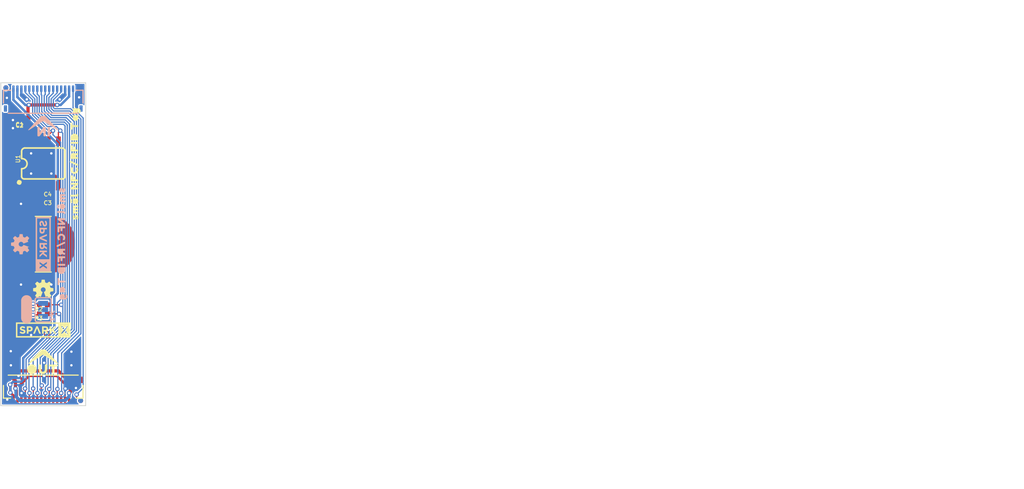
<source format=kicad_pcb>
(kicad_pcb (version 20211014) (generator pcbnew)
  (layers (0 "F.Cu" signal) (1 "In1.Cu" signal) (2 "In2.Cu" signal) (31 "B.Cu" signal) (34 "B.Paste" user) (35 "F.Paste" user) (36 "B.SilkS" user "B.Silkscreen") (37 "F.SilkS" user "F.Silkscreen") (38 "B.Mask" user) (39 "F.Mask" user) (44 "Edge.Cuts" user))
  (net 0 "")
  (net 1 "GND")
  (net 2 "SCLK")
  (net 3 "COPI")
  (net 4 "CIPO")
  (net 5 "CS0")
  (net 6 "CS1")
  (net 7 "CS2")
  (net 8 "GPIO0")
  (net 9 "GPIO1")
  (net 10 "SDA")
  (net 11 "SCL")
  (net 12 "3.3V")
  (net 13 "V_USB")
  (net 14 "PROC_PWR_EN")
  (net 15 "VEH")
  (net 16 "N$1")
  (net 17 "N$2")
  (net 18 "N$3")
  (net 19 "N$4")
  (footprint "eagleBoard:0402-TIGHT" (layer "F.Cu") (at 146.0881 89.3826 180)
    (fp_text reference "C1" (at 0 -0.562) (layer "F.SilkS") (effects (font (size 0.512064 0.512064) (thickness 0.097536)) (justify right)))
    (fp_text value "0.1uF" hide)
    (pad "1" smd roundrect (at -0.5 0 180) (size 0.6 0.6) (layers "F.Cu" "F.Paste" "F.Mask") (roundrect_rratio 0.08466666667) (net 12 "3.3V"))
    (pad "2" smd roundrect (at 0.5 0 180) (size 0.6 0.6) (layers "F.Cu" "F.Paste" "F.Mask") (roundrect_rratio 0.08466666667) (net 1 "GND"))
  )
  (footprint "eagleBoard:0402-TIGHT" (layer "F.Cu") (at 146.0881 90.3986 180)
    (fp_text reference "C2" (at 0 0.327) (layer "F.SilkS") (effects (font (size 0.512064 0.512064) (thickness 0.097536)) (justify right)))
    (fp_text value "2.2uF" hide)
    (pad "1" smd roundrect (at -0.5 0 180) (size 0.6 0.6) (layers "F.Cu" "F.Paste" "F.Mask") (roundrect_rratio 0.08466666667) (net 12 "3.3V"))
    (pad "2" smd roundrect (at 0.5 0 180) (size 0.6 0.6) (layers "F.Cu" "F.Paste" "F.Mask") (roundrect_rratio 0.08466666667) (net 1 "GND"))
  )
  (footprint "eagleBoard:SO08" (layer "F.Cu") (at 148.5011 94.8436)
    (fp_text reference "U1" (at -3.175 0 90) (layer "F.SilkS") (effects (font (size 0.512064 0.512064) (thickness 0.097536)) (justify left)))
    (fp_text value "ST25DV64KC" hide)
    (pad "1" smd roundrect (at -1.905 2.8) (size 0.6 1.2) (layers "F.Cu" "F.Paste" "F.Mask") (roundrect_rratio 0.08466666667) (net 15 "VEH"))
    (pad "2" smd roundrect (at -0.635 2.8) (size 0.6 1.2) (layers "F.Cu" "F.Paste" "F.Mask") (roundrect_rratio 0.08466666667) (net 17 "N$2"))
    (pad "3" smd roundrect (at 0.635 2.8) (size 0.6 1.2) (layers "F.Cu" "F.Paste" "F.Mask") (roundrect_rratio 0.08466666667) (net 16 "N$1"))
    (pad "4" smd roundrect (at 1.905 2.8) (size 0.6 1.2) (layers "F.Cu" "F.Paste" "F.Mask") (roundrect_rratio 0.08466666667) (net 1 "GND"))
    (pad "5" smd roundrect (at 1.905 -2.8) (size 0.6 1.2) (layers "F.Cu" "F.Paste" "F.Mask") (roundrect_rratio 0.08466666667) (net 10 "SDA"))
    (pad "6" smd roundrect (at 0.635 -2.8) (size 0.6 1.2) (layers "F.Cu" "F.Paste" "F.Mask") (roundrect_rratio 0.08466666667) (net 11 "SCL"))
    (pad "7" smd roundrect (at -0.635 -2.8) (size 0.6 1.2) (layers "F.Cu" "F.Paste" "F.Mask") (roundrect_rratio 0.08466666667))
    (pad "8" smd roundrect (at -1.905 -2.8) (size 0.6 1.2) (layers "F.Cu" "F.Paste" "F.Mask") (roundrect_rratio 0.08466666667) (net 12 "3.3V"))
  )
  (footprint "eagleBoard:OUT0" (layer "F.Cu") (at 148.5011 120.7516)
    (fp_text reference "U$17" hide)
    (fp_text value "" hide)
  )
  (footprint "eagleBoard:0402-TIGHT_NO_CREAM" (layer "F.Cu") (at 148.5011 100.3681)
    (fp_text reference "C3" (at 0 -0.562) (layer "F.SilkS") (effects (font (size 0.512064 0.512064) (thickness 0.097536)) (justify left)))
    (fp_text value "DNP" hide)
    (pad "1" smd roundrect (at -0.5 0) (size 0.6 0.6) (layers "F.Cu" "F.Mask") (roundrect_rratio 0.08466666667) (net 17 "N$2"))
    (pad "2" smd roundrect (at 0.5 0) (size 0.6 0.6) (layers "F.Cu" "F.Mask") (roundrect_rratio 0.08466666667) (net 16 "N$1"))
  )
  (footprint "eagleBoard:ORDERING_INSTRUCTIONS" (layer "F.Cu") (at 162.2171 74.5236)
    (fp_text reference "LOGO1" hide)
    (fp_text value "SPECIAL_INSTRUCTIONS-ORDERING" hide)
  )
  (footprint "eagleBoard:FIDUCIAL-MICRO" (layer "F.Cu") (at 153.2001 124.6886)
    (fp_text reference "FD3" hide)
    (fp_text value "FIDUCIALUFIDUCIAL" hide)
    (pad "1" smd roundrect (at 0 0) (size 0.635 0.635) (layers "F.Cu" "F.Mask") (roundrect_rratio 0.5))
  )
  (footprint "eagleBoard:0402-TIGHT" (layer "F.Cu") (at 148.5011 112.6236 180)
    (fp_text reference "R2" (at 0 -0.562) (layer "F.SilkS") (effects (font (size 0.512064 0.512064) (thickness 0.097536)) (justify right)))
    (fp_text value "4.7k" hide)
    (pad "1" smd roundrect (at -0.5 0 180) (size 0.6 0.6) (layers "F.Cu" "F.Paste" "F.Mask") (roundrect_rratio 0.08466666667) (net 10 "SDA"))
    (pad "2" smd roundrect (at 0.5 0 180) (size 0.6 0.6) (layers "F.Cu" "F.Paste" "F.Mask") (roundrect_rratio 0.08466666667) (net 18 "N$3"))
  )
  (footprint "eagleBoard:SM�L_NFC#RFID_TAG0" (layer "F.Cu") (at 152.4381 94.8436 90)
    (fp_text reference "U$2" hide)
    (fp_text value "" hide)
  )
  (footprint "eagleBoard:W3102" (layer "F.Cu") (at 148.5011 105.0036 90)
    (fp_text reference "ANT0" hide)
    (fp_text value "4.7μH" hide)
    (fp_poly (pts (xy 1.22171 -3.887763) (xy 1.572868 -3.780194) (xy 1.907123 -3.633481) (xy 2.222085 -3.448956) (xy 2.513496 -3.229113) (xy 2.777415 -2.976926) (xy 3.010271 -2.695805) (xy 3.208917 -2.389552) (xy 3.370667 -2.062309) (xy 3.493331 -1.7185) (xy 3.574256 -1.3671) (xy 3.5 -1.349999) (xy 3.5 -1.2738) (xy -3.595743 -1.2738) (xy -3.493331 -1.718501) (xy -3.370667 -2.062309) (xy -3.208917 -2.389553) (xy -3.010271 -2.695806) (xy -2.777415 -2.976927) (xy -2.513496 -3.229114) (xy -2.222085 -3.448957) (xy -1.907123 -3.633482) (xy -1.572868 -3.780194) (xy -1.22384 -3.887111) (xy -0.86476 -3.952784) (xy -0.504914 -3.976041) (xy -0.499999 -3.9) (xy -0.499999 -3.8238) (xy -0.4238 -3.8238) (xy -0.4238 -3.9762) (xy 0.504681 -3.9762)) (layer "F.Cu") (width 0) (fill solid))
    (fp_poly (pts (xy 3.371654 2.060311) (xy 3.208917 2.389553) (xy 3.010271 2.695806) (xy 2.777415 2.976927) (xy 2.513496 3.229114) (xy 2.222085 3.448957) (xy 1.907123 3.633482) (xy 1.572868 3.780194) (xy 1.22384 3.887111) (xy 0.86476 3.952784) (xy 0.5762 3.971434) (xy 0.5762 3.9762) (xy -0.504681 3.9762) (xy -1.22171 3.887763) (xy -1.572868 3.780194) (xy -1.907123 3.633481) (xy -2.222085 3.448956) (xy -2.513496 3.229113) (xy -2.777415 2.976926) (xy -3.010271 2.695805) (xy -3.208917 2.389552) (xy -3.370667 2.062309) (xy -3.493331 1.7185) (xy -3.574256 1.3671) (xy -3.5 1.349999) (xy -3.5 1.2738) (xy 3.601677 1.2738)) (layer "F.Cu") (width 0) (fill solid))
    (pad "1" smd roundrect (at 0 -2 90) (size 1.27 0.635) (layers "F.Cu") (roundrect_rratio 0.08) (net 17 "N$2"))
    (pad "2" smd roundrect (at 0 2 90) (size 1.27 0.635) (layers "F.Cu") (roundrect_rratio 0.08) (net 16 "N$1"))
  )
  (footprint "eagleBoard:SMOL_SMALL" (layer "F.Cu") (at 148.5011 118.9101)
    (fp_text reference "U$3" hide)
    (fp_text value "SMOL_LOGOSMALL" hide)
  )
  (footprint "eagleBoard:CREATIVE_COMMONS" (layer "F.Cu") (at 188.8871 135.4836)
    (fp_text reference "FRAME1" hide)
    (fp_text value "FRAME-LEDGER" hide)
  )
  (footprint "eagleBoard:OSHW-LOGO-MINI" (layer "F.Cu") (at 148.5011 110.7186)
    (fp_text reference "LOGO2" hide)
    (fp_text value "OSHW-LOGOMINI" hide)
  )
  (footprint "eagleBoard:SPARKX-SMALL" (layer "F.Cu") (at 148.5011 115.7986)
    (fp_text reference "U$1" hide)
    (fp_text value "SPARKX-LOGO3" hide)
  )
  (footprint "eagleBoard:0402-TIGHT" (layer "F.Cu") (at 148.5011 99.2886)
    (fp_text reference "C4" (at 0 -0.562) (layer "F.SilkS") (effects (font (size 0.512064 0.512064) (thickness 0.097536)) (justify left)))
    (fp_text value "0.5pF" hide)
    (pad "1" smd roundrect (at -0.5 0) (size 0.6 0.6) (layers "F.Cu" "F.Paste" "F.Mask") (roundrect_rratio 0.08466666667) (net 17 "N$2"))
    (pad "2" smd roundrect (at 0.5 0) (size 0.6 0.6) (layers "F.Cu" "F.Paste" "F.Mask") (roundrect_rratio 0.08466666667) (net 16 "N$1"))
  )
  (footprint "eagleBoard:FPC_16_0.5MM" (layer "F.Cu") (at 148.5011 123.2281 180)
    (fp_text reference "OUT0" hide)
    (fp_text value "" hide)
    (pad "1" smd roundrect (at -3.75 -1.35 180) (size 0.3 0.8) (layers "F.Cu" "F.Mask") (roundrect_rratio 0.1693333333) (net 14 "PROC_PWR_EN"))
    (pad "2" smd roundrect (at -3.25 -1.35 180) (size 0.3 0.8) (layers "F.Cu" "F.Mask") (roundrect_rratio 0.1693333333) (net 12 "3.3V"))
    (pad "3" smd roundrect (at -2.75 -1.35 180) (size 0.3 0.8) (layers "F.Cu" "F.Mask") (roundrect_rratio 0.1693333333) (net 1 "GND"))
    (pad "4" smd roundrect (at -2.25 -1.35 180) (size 0.3 0.8) (layers "F.Cu" "F.Mask") (roundrect_rratio 0.1693333333) (net 2 "SCLK"))
    (pad "5" smd roundrect (at -1.75 -1.35 180) (size 0.3 0.8) (layers "F.Cu" "F.Mask") (roundrect_rratio 0.1693333333) (net 3 "COPI"))
    (pad "6" smd roundrect (at -1.25 -1.35 180) (size 0.3 0.8) (layers "F.Cu" "F.Mask") (roundrect_rratio 0.1693333333) (net 4 "CIPO"))
    (pad "7" smd roundrect (at -0.75 -1.35 180) (size 0.3 0.8) (layers "F.Cu" "F.Mask") (roundrect_rratio 0.1693333333) (net 5 "CS0"))
    (pad "8" smd roundrect (at -0.25 -1.35 180) (size 0.3 0.8) (layers "F.Cu" "F.Mask") (roundrect_rratio 0.1693333333) (net 6 "CS1"))
    (pad "9" smd roundrect (at 0.25 -1.35 180) (size 0.3 0.8) (layers "F.Cu" "F.Mask") (roundrect_rratio 0.1693333333) (net 7 "CS2"))
    (pad "10" smd roundrect (at 0.75 -1.35 180) (size 0.3 0.8) (layers "F.Cu" "F.Mask") (roundrect_rratio 0.1693333333) (net 8 "GPIO0"))
    (pad "11" smd roundrect (at 1.25 -1.35 180) (size 0.3 0.8) (layers "F.Cu" "F.Mask") (roundrect_rratio 0.1693333333) (net 9 "GPIO1"))
    (pad "12" smd roundrect (at 1.75 -1.35 180) (size 0.3 0.8) (layers "F.Cu" "F.Mask") (roundrect_rratio 0.1693333333) (net 10 "SDA"))
    (pad "13" smd roundrect (at 2.25 -1.35 180) (size 0.3 0.8) (layers "F.Cu" "F.Mask") (roundrect_rratio 0.1693333333) (net 11 "SCL"))
    (pad "14" smd roundrect (at 2.75 -1.35 180) (size 0.3 0.8) (layers "F.Cu" "F.Mask") (roundrect_rratio 0.1693333333) (net 1 "GND"))
    (pad "15" smd roundrect (at 3.25 -1.35 180) (size 0.3 0.8) (layers "F.Cu" "F.Mask") (roundrect_rratio 0.1693333333) (net 12 "3.3V"))
    (pad "16" smd roundrect (at 3.75 -1.35 180) (size 0.3 0.8) (layers "F.Cu" "F.Mask") (roundrect_rratio 0.1693333333) (net 13 "V_USB"))
    (pad "MP1" smd roundrect (at -4.75 1.15 180) (size 0.4 0.8) (layers "F.Cu" "F.Paste" "F.Mask") (roundrect_rratio 0.127))
    (pad "MP2" smd roundrect (at 4.75 1.15 180) (size 0.4 0.8) (layers "F.Cu" "F.Paste" "F.Mask") (roundrect_rratio 0.127))
  )
  (footprint "eagleBoard:FIDUCIAL-MICRO" (layer "F.Cu") (at 143.8021 85.3186)
    (fp_text reference "FD1" hide)
    (fp_text value "FIDUCIALUFIDUCIAL" hide)
    (pad "1" smd roundrect (at 0 0) (size 0.635 0.635) (layers "F.Cu" "F.Mask") (roundrect_rratio 0.5))
  )
  (footprint "eagleBoard:0402-TIGHT" (layer "F.Cu") (at 148.5011 113.7666 180)
    (fp_text reference "R3" (at 0 -0.562) (layer "F.SilkS") (effects (font (size 0.512064 0.512064) (thickness 0.097536)) (justify right)))
    (fp_text value "4.7k" hide)
    (pad "1" smd roundrect (at -0.5 0 180) (size 0.6 0.6) (layers "F.Cu" "F.Paste" "F.Mask") (roundrect_rratio 0.08466666667) (net 11 "SCL"))
    (pad "2" smd roundrect (at 0.5 0 180) (size 0.6 0.6) (layers "F.Cu" "F.Paste" "F.Mask") (roundrect_rratio 0.08466666667) (net 19 "N$4"))
  )
  (footprint "eagleBoard:SMT-JUMPER_3_NO_SILK" (layer "B.Cu") (at 148.5011 113.2586 90)
    (fp_text reference "JP1" (at 0 1.143 90) (layer "B.SilkS") (effects (font (size 0.512064 0.512064) (thickness 0.097536)) (justify left mirror)))
    (fp_text value "JUMPER-SMT_3_NO_SILK" hide)
    (pad "1" smd roundrect (at -0.8128 0 90) (size 0.635 1.27) (layers "B.Cu" "B.Mask") (roundrect_rratio 0.08) (net 19 "N$4"))
    (pad "2" smd roundrect (at 0 0 90) (size 0.635 1.27) (layers "B.Cu" "B.Mask") (roundrect_rratio 0.08) (net 12 "3.3V"))
    (pad "3" smd roundrect (at 0.8128 0 90) (size 0.635 1.27) (layers "B.Cu" "B.Mask") (roundrect_rratio 0.08) (net 18 "N$3"))
  )
  (footprint "eagleBoard:FPC_16_0.5MM" (layer "B.Cu") (at 148.5011 86.7791 180)
    (fp_text reference "IN0" hide)
    (fp_text value "" hide)
    (pad "1" smd roundrect (at -3.75 1.35 180) (size 0.3 0.8) (layers "B.Cu" "B.Mask") (roundrect_rratio 0.1693333333) (net 14 "PROC_PWR_EN"))
    (pad "2" smd roundrect (at -3.25 1.35 180) (size 0.3 0.8) (layers "B.Cu" "B.Mask") (roundrect_rratio 0.1693333333) (net 12 "3.3V"))
    (pad "3" smd roundrect (at -2.75 1.35 180) (size 0.3 0.8) (layers "B.Cu" "B.Mask") (roundrect_rratio 0.1693333333) (net 1 "GND"))
    (pad "4" smd roundrect (at -2.25 1.35 180) (size 0.3 0.8) (layers "B.Cu" "B.Mask") (roundrect_rratio 0.1693333333) (net 2 "SCLK"))
    (pad "5" smd roundrect (at -1.75 1.35 180) (size 0.3 0.8) (layers "B.Cu" "B.Mask") (roundrect_rratio 0.1693333333) (net 3 "COPI"))
    (pad "6" smd roundrect (at -1.25 1.35 180) (size 0.3 0.8) (layers "B.Cu" "B.Mask") (roundrect_rratio 0.1693333333) (net 4 "CIPO"))
    (pad "7" smd roundrect (at -0.75 1.35 180) (size 0.3 0.8) (layers "B.Cu" "B.Mask") (roundrect_rratio 0.1693333333) (net 5 "CS0"))
    (pad "8" smd roundrect (at -0.25 1.35 180) (size 0.3 0.8) (layers "B.Cu" "B.Mask") (roundrect_rratio 0.1693333333) (net 6 "CS1"))
    (pad "9" smd roundrect (at 0.25 1.35 180) (size 0.3 0.8) (layers "B.Cu" "B.Mask") (roundrect_rratio 0.1693333333) (net 7 "CS2"))
    (pad "10" smd roundrect (at 0.75 1.35 180) (size 0.3 0.8) (layers "B.Cu" "B.Mask") (roundrect_rratio 0.1693333333) (net 8 "GPIO0"))
    (pad "11" smd roundrect (at 1.25 1.35 180) (size 0.3 0.8) (layers "B.Cu" "B.Mask") (roundrect_rratio 0.1693333333) (net 9 "GPIO1"))
    (pad "12" smd roundrect (at 1.75 1.35 180) (size 0.3 0.8) (layers "B.Cu" "B.Mask") (roundrect_rratio 0.1693333333) (net 10 "SDA"))
    (pad "13" smd roundrect (at 2.25 1.35 180) (size 0.3 0.8) (layers "B.Cu" "B.Mask") (roundrect_rratio 0.1693333333) (net 11 "SCL"))
    (pad "14" smd roundrect (at 2.75 1.35 180) (size 0.3 0.8) (layers "B.Cu" "B.Mask") (roundrect_rratio 0.1693333333) (net 1 "GND"))
    (pad "15" smd roundrect (at 3.25 1.35 180) (size 0.3 0.8) (layers "B.Cu" "B.Mask") (roundrect_rratio 0.1693333333) (net 12 "3.3V"))
    (pad "16" smd roundrect (at 3.75 1.35 180) (size 0.3 0.8) (layers "B.Cu" "B.Mask") (roundrect_rratio 0.1693333333) (net 13 "V_USB"))
    (pad "MP1" smd roundrect (at -4.75 -1.15 180) (size 0.4 0.8) (layers "B.Cu" "B.Paste" "B.Mask") (roundrect_rratio 0.127))
    (pad "MP2" smd roundrect (at 4.75 -1.15 180) (size 0.4 0.8) (layers "B.Cu" "B.Paste" "B.Mask") (roundrect_rratio 0.127))
  )
  (footprint "eagleBoard:#I�C#0" (layer "B.Cu") (at 146.4056 113.1951 -90)
    (fp_text reference "U$5" hide)
    (fp_text value "" hide)
  )
  (footprint "eagleBoard:FIDUCIAL-MICRO" (layer "B.Cu") (at 153.2001 124.6886 180)
    (fp_text reference "FD4" hide)
    (fp_text value "FIDUCIALUFIDUCIAL" hide)
    (pad "1" smd roundrect (at 0 0 180) (size 0.635 0.635) (layers "B.Cu" "B.Mask") (roundrect_rratio 0.5))
  )
  (footprint "eagleBoard:SM�L_NFC#RFID_TAG0" (layer "B.Cu") (at 150.7871 105.0036 -90)
    (fp_text reference "U$4" hide)
    (fp_text value "" hide)
  )
  (footprint "eagleBoard:FIDUCIAL-MICRO" (layer "B.Cu") (at 143.8021 85.3186 180)
    (fp_text reference "FD2" hide)
    (fp_text value "FIDUCIALUFIDUCIAL" hide)
    (pad "1" smd roundrect (at 0 0 180) (size 0.635 0.635) (layers "B.Cu" "B.Mask") (roundrect_rratio 0.5))
  )
  (footprint "eagleBoard:IN0" (layer "B.Cu") (at 148.5011 90.8431 180)
    (fp_text reference "U$8" hide)
    (fp_text value "" hide)
  )
  (footprint "eagleBoard:SMOL_SMALL" (layer "B.Cu") (at 148.5011 89.5096 180)
    (fp_text reference "U$9" hide)
    (fp_text value "SMOL_LOGOSMALL" hide)
  )
  (footprint "eagleBoard:OSHW-LOGO-MINI" (layer "B.Cu") (at 145.7071 105.0036 -90)
    (fp_text reference "LOGO3" hide)
    (fp_text value "OSHW-LOGOMINI" hide)
  )
  (footprint "eagleBoard:SPARKX-SMALL" (layer "B.Cu") (at 148.5011 105.0036 -90)
    (fp_text reference "U$20" hide)
    (fp_text value "SPARKX-LOGO3" hide)
  )
  (gr_line (start 153.8351 84.6836) (end 143.1671 84.6836) (layer "Edge.Cuts") (width 0.1016))
  (gr_line (start 143.1671 125.3236) (end 153.8351 125.3236) (layer "Edge.Cuts") (width 0.1016))
  (gr_line (start 153.8351 125.3236) (end 153.8351 84.6836) (layer "Edge.Cuts") (width 0.1016))
  (gr_line (start 143.1671 84.6836) (end 143.1671 125.3236) (layer "Edge.Cuts") (width 0.1016))
  (gr_text "x02" (at 148.5011 116.4336) (layer "F.Cu") (effects (font (size 0.75565 0.75565) (thickness 0.13335))))
  (segment (start 145.6587 123.395069) (end 145.6587 122.6415) (width 0.3048) (layer "F.Cu") (net 1))
  (segment (start 150.4061 96.8756) (end 150.4061 97.6436) (width 0.4064) (layer "F.Cu") (net 1))
  (segment (start 146.7231 121.5771) (end 150.2156 121.5771) (width 0.3048) (layer "F.Cu") (net 1))
  (segment (start 145.6587 122.6415) (end 146.05635 122.24385) (width 0.3048) (layer "F.Cu") (net 1))
  (segment (start 145.7511 123.7556) (end 145.7706 123.7361) (width 0.1524) (layer "F.Cu") (net 1))
  (segment (start 151.2951 122.6566) (end 150.2156 121.5771) (width 0.3048) (layer "F.Cu") (net 1))
  (segment (start 151.2511 124.5781) (end 151.2316 124.5586) (width 0.1524) (layer "F.Cu") (net 1))
  (segment (start 149.5171 96.1136) (end 149.6441 96.1136) (width 0.4064) (layer "F.Cu") (net 1))
  (segment (start 145.7706 123.7361) (end 145.7706 123.506969) (width 0.3048) (layer "F.Cu") (net 1))
  (segment (start 151.2951 123.1646) (end 151.2316 123.2281) (width 0.1524) (layer "F.Cu") (net 1))
  (segment (start 145.3896 121.5771) (end 146.05635 122.24385) (width 0.3048) (layer "F.Cu") (net 1))
  (segment (start 145.7511 124.5781) (end 145.7511 123.7556) (width 0.1524) (layer "F.Cu") (net 1))
  (segment (start 145.7706 123.506969) (end 145.6587 123.395069) (width 0.3048) (layer "F.Cu") (net 1))
  (segment (start 150.4061 96.8756) (end 149.6441 96.1136) (width 0.4064) (layer "F.Cu") (net 1))
  (segment (start 151.2316 123.2281) (end 151.2316 124.5586) (width 0.1524) (layer "F.Cu") (net 1))
  (segment (start 144.6911 89.3826) (end 145.5881 89.3826) (width 0.4064) (layer "F.Cu") (net 1))
  (segment (start 146.05635 122.24385) (end 146.7231 121.5771) (width 0.3048) (layer "F.Cu") (net 1))
  (segment (start 151.2951 123.1646) (end 151.2951 122.6566) (width 0.3048) (layer "F.Cu") (net 1))
  (segment (start 144.6911 90.3986) (end 145.5881 90.3986) (width 0.4064) (layer "F.Cu") (net 1))
  (via (at 149.5171 93.5736) (size 0.554) (drill 0.3) (layers "F.Cu" "B.Cu") (net 1))
  (via (at 145.7071 99.9236) (size 0.554) (drill 0.3) (layers "F.Cu" "B.Cu") (net 1))
  (via (at 146.9771 96.1136) (size 0.554) (drill 0.3) (layers "F.Cu" "B.Cu") (net 1))
  (via (at 152.042 120.2436) (size 0.554) (drill 0.3) (layers "F.Cu" "B.Cu") (net 1))
  (via (at 143.9291 86.5886) (size 0.554) (drill 0.3) (layers "F.Cu" "B.Cu") (net 1))
  (via (at 150.5701 86.7791) (size 0.554) (drill 0.3) (layers "F.Cu" "B.Cu") (net 1))
  (via (at 144.422 118.4656) (size 0.554) (drill 0.3) (layers "F.Cu" "B.Cu") (net 1))
  (via (at 153.0096 86.5251) (size 0.554) (drill 0.3) (layers "F.Cu" "B.Cu") (net 1))
  (via (at 149.5171 110.0836) (size 0.554) (drill 0.3) (layers "F.Cu" "B.Cu") (net 1))
  (via (at 148.613 119.9261) (size 0.554) (drill 0.3) (layers "F.Cu" "B.Cu") (net 1))
  (via (at 152.042 118.5291) (size 0.554) (drill 0.3) (layers "F.Cu" "B.Cu") (net 1))
  (via (at 144.6911 90.3986) (size 0.554) (drill 0.3) (layers "F.Cu" "B.Cu") (net 1))
  (via (at 149.5171 96.1136) (size 0.554) (drill 0.3) (layers "F.Cu" "B.Cu") (net 1))
  (via (at 145.3896 121.5771) (size 0.554) (drill 0.3) (layers "F.Cu" "B.Cu") (net 1))
  (via (at 144.4371 120.2436) (size 0.554) (drill 0.3) (layers "F.Cu" "B.Cu") (net 1))
  (via (at 146.9771 93.5736) (size 0.554) (drill 0.3) (layers "F.Cu" "B.Cu") (net 1))
  (via (at 151.2951 123.1646) (size 0.554) (drill 0.3) (layers "F.Cu" "B.Cu") (net 1))
  (via (at 145.7706 123.7361) (size 0.554) (drill 0.3) (layers "F.Cu" "B.Cu") (net 1))
  (via (at 145.7071 110.0836) (size 0.554) (drill 0.3) (layers "F.Cu" "B.Cu") (net 1))
  (via (at 148.613 121.5771) (size 0.554) (drill 0.3) (layers "F.Cu" "B.Cu") (net 1))
  (via (at 146.9771 116.4336) (size 0.554) (drill 0.3) (layers "F.Cu" "B.Cu") (net 1))
  (via (at 152.6135 123.1011) (size 0.554) (drill 0.3) (layers "F.Cu" "B.Cu") (net 1))
  (via (at 143.9775 124.5616) (size 0.554) (drill 0.3) (layers "F.Cu" "B.Cu") (net 1))
  (via (at 144.6911 89.3826) (size 0.554) (drill 0.3) (layers "F.Cu" "B.Cu") (net 1))
  (via (at 146.4321 86.7791) (size 0.554) (drill 0.3) (layers "F.Cu" "B.Cu") (net 1))
  (segment (start 145.7511 85.4291) (end 145.7511 86.0981) (width 0.3048) (layer "B.Cu") (net 1))
  (segment (start 151.2511 86.0981) (end 150.5701 86.7791) (width 0.3048) (layer "B.Cu") (net 1))
  (segment (start 145.7511 86.0981) (end 146.4321 86.7791) (width 0.3048) (layer "B.Cu") (net 1))
  (segment (start 151.2511 85.4291) (end 151.2511 86.0981) (width 0.3048) (layer "B.Cu") (net 1))
  (segment (start 150.7511 124.5781) (end 150.7511 123.7364) (width 0.1524) (layer "F.Cu") (net 2))
  (segment (start 150.7511 123.7364) (end 150.7514 123.7361) (width 0.1524) (layer "F.Cu") (net 2))
  (via (at 150.7514 123.7361) (size 0.554) (drill 0.3) (layers "F.Cu" "B.Cu") (net 2))
  (segment (start 149.7724 87.803507) (end 149.926693 87.9578) (width 0.1524) (layer "B.Cu") (net 2))
  (segment (start 150.8149 118.6918) (end 150.8149 123.6726) (width 0.1524) (layer "B.Cu") (net 2))
  (segment (start 150.7511 85.855494) (end 149.7724 86.834194) (width 0.1524) (layer "B.Cu") (net 2))
  (segment (start 153.2382 89.244338) (end 153.2382 116.2685) (width 0.1524) (layer "B.Cu") (net 2))
  (segment (start 149.7724 86.834194) (end 149.7724 87.803507) (width 0.1524) (layer "B.Cu") (net 2))
  (segment (start 149.926693 87.9578) (end 151.951662 87.9578) (width 0.1524) (layer "B.Cu") (net 2))
  (segment (start 151.951662 87.9578) (end 153.2382 89.244338) (width 0.1524) (layer "B.Cu") (net 2))
  (segment (start 150.7511 85.4291) (end 150.7511 85.855494) (width 0.1524) (layer "B.Cu") (net 2))
  (segment (start 150.7514 123.7361) (end 150.8149 123.6726) (width 0.1524) (layer "B.Cu") (net 2))
  (segment (start 153.2382 116.2685) (end 150.8149 118.6918) (width 0.1524) (layer "B.Cu") (net 2))
  (segment (start 150.2511 124.5781) (end 150.2511 123.2561) (width 0.1524) (layer "F.Cu") (net 3))
  (segment (start 150.2511 123.2561) (end 150.2791 123.2281) (width 0.1524) (layer "F.Cu") (net 3))
  (via (at 150.2791 123.2281) (size 0.554) (drill 0.3) (layers "F.Cu" "B.Cu") (net 3))
  (segment (start 150.3426 118.705463) (end 150.3426 123.1646) (width 0.1524) (layer "B.Cu") (net 3))
  (segment (start 149.810956 88.2372) (end 151.835925 88.2372) (width 0.1524) (layer "B.Cu") (net 3))
  (segment (start 152.9588 116.089263) (end 150.3426 118.705463) (width 0.1524) (layer "B.Cu") (net 3))
  (segment (start 149.493 87.919244) (end 149.810956 88.2372) (width 0.1524) (layer "B.Cu") (net 3))
  (segment (start 150.2791 123.2281) (end 150.3426 123.1646) (width 0.1524) (layer "B.Cu") (net 3))
  (segment (start 150.2511 85.4291) (end 150.2511 85.960357) (width 0.1524) (layer "B.Cu") (net 3))
  (segment (start 151.835925 88.2372) (end 152.9588 89.360075) (width 0.1524) (layer "B.Cu") (net 3))
  (segment (start 152.9588 89.360075) (end 152.9588 116.089263) (width 0.1524) (layer "B.Cu") (net 3))
  (segment (start 149.493 86.718457) (end 149.493 87.919244) (width 0.1524) (layer "B.Cu") (net 3))
  (segment (start 150.2511 85.960357) (end 149.493 86.718457) (width 0.1524) (layer "B.Cu") (net 3))
  (segment (start 149.7511 123.7559) (end 149.7709 123.7361) (width 0.1524) (layer "F.Cu") (net 4))
  (segment (start 149.7511 124.5781) (end 149.7511 123.7559) (width 0.1524) (layer "F.Cu") (net 4))
  (via (at 149.7709 123.7361) (size 0.554) (drill 0.3) (layers "F.Cu" "B.Cu") (net 4))
  (segment (start 149.2136 86.539219) (end 149.2136 88.034982) (width 0.1524) (layer "B.Cu") (net 4))
  (segment (start 149.7511 85.4291) (end 149.7511 86.001719) (width 0.1524) (layer "B.Cu") (net 4))
  (segment (start 151.720187 88.5166) (end 152.6794 89.475813) (width 0.1524) (layer "B.Cu") (net 4))
  (segment (start 149.7709 118.818525) (end 149.7709 123.7361) (width 0.1524) (layer "B.Cu") (net 4))
  (segment (start 149.695218 88.5166) (end 151.720187 88.5166) (width 0.1524) (layer "B.Cu") (net 4))
  (segment (start 149.7511 86.001719) (end 149.2136 86.539219) (width 0.1524) (layer "B.Cu") (net 4))
  (segment (start 152.6794 89.475813) (end 152.6794 115.910025) (width 0.1524) (layer "B.Cu") (net 4))
  (segment (start 152.6794 115.910025) (end 149.7709 118.818525) (width 0.1524) (layer "B.Cu") (net 4))
  (segment (start 149.2136 88.034982) (end 149.695218 88.5166) (width 0.1524) (layer "B.Cu") (net 4))
  (segment (start 149.2511 123.2401) (end 149.2631 123.2281) (width 0.1524) (layer "F.Cu") (net 5))
  (segment (start 149.2511 124.5781) (end 149.2511 123.2401) (width 0.1524) (layer "F.Cu") (net 5))
  (via (at 149.2631 123.2281) (size 0.554) (drill 0.3) (layers "F.Cu" "B.Cu") (net 5))
  (segment (start 149.4536 123.0376) (end 149.2631 123.2281) (width 0.1524) (layer "B.Cu") (net 5))
  (segment (start 149.579481 88.796) (end 151.60445 88.796) (width 0.1524) (layer "B.Cu") (net 5))
  (segment (start 148.9336 88.150119) (end 149.579481 88.796) (width 0.1524) (layer "B.Cu") (net 5))
  (segment (start 148.9336 86.3816) (end 148.9336 88.150119) (width 0.1524) (layer "B.Cu") (net 5))
  (segment (start 149.4536 118.740688) (end 149.4536 123.0376) (width 0.1524) (layer "B.Cu") (net 5))
  (segment (start 152.4 115.794288) (end 149.4536 118.740688) (width 0.1524) (layer "B.Cu") (net 5))
  (segment (start 152.4 89.59155) (end 152.4 115.794288) (width 0.1524) (layer "B.Cu") (net 5))
  (segment (start 149.2511 85.4291) (end 149.2511 86.0641) (width 0.1524) (layer "B.Cu") (net 5))
  (segment (start 149.2511 86.0641) (end 148.9336 86.3816) (width 0.1524) (layer "B.Cu") (net 5))
  (segment (start 151.60445 88.796) (end 152.4 89.59155) (width 0.1524) (layer "B.Cu") (net 5))
  (segment (start 148.7511 124.5781) (end 148.7511 123.7559) (width 0.1524) (layer "F.Cu") (net 6))
  (segment (start 148.7511 123.7559) (end 148.7709 123.7361) (width 0.1524) (layer "F.Cu") (net 6))
  (via (at 148.7709 123.7361) (size 0.554) (drill 0.3) (layers "F.Cu" "B.Cu") (net 6))
  (segment (start 151.388293 89.0754) (end 149.463743 89.0754) (width 0.1524) (layer "B.Cu") (net 6))
  (segment (start 148.6268 88.238457) (end 148.6268 86.286538) (width 0.1524) (layer "B.Cu") (net 6))
  (segment (start 148.7709 123.002407) (end 149.1107 122.662607) (width 0.1524) (layer "B.Cu") (net 6))
  (segment (start 149.463743 89.0754) (end 148.6268 88.238457) (width 0.1524) (layer "B.Cu") (net 6))
  (segment (start 148.6268 86.286538) (end 148.7511 86.162238) (width 0.1524) (layer "B.Cu") (net 6))
  (segment (start 149.1107 118.68845) (end 152.1206 115.67855) (width 0.1524) (layer "B.Cu") (net 6))
  (segment (start 149.1107 122.662607) (end 149.1107 118.68845) (width 0.1524) (layer "B.Cu") (net 6))
  (segment (start 148.7709 123.7361) (end 148.7709 123.002407) (width 0.1524) (layer "B.Cu") (net 6))
  (segment (start 152.1206 115.67855) (end 152.1206 89.807707) (width 0.1524) (layer "B.Cu") (net 6))
  (segment (start 152.1206 89.807707) (end 151.388293 89.0754) (width 0.1524) (layer "B.Cu") (net 6))
  (segment (start 148.7511 85.4291) (end 148.7511 86.162238) (width 0.1524) (layer "B.Cu") (net 6))
  (segment (start 148.2511 124.5781) (end 148.2511 122.8431) (width 0.1524) (layer "F.Cu") (net 7))
  (segment (start 148.2511 122.8431) (end 148.3106 122.7836) (width 0.1524) (layer "F.Cu") (net 7))
  (via (at 148.3106 122.7836) (size 0.554) (drill 0.3) (layers "F.Cu" "B.Cu") (net 7))
  (segment (start 148.3146 86.2546) (end 148.3146 88.321394) (width 0.1524) (layer "B.Cu") (net 7))
  (segment (start 149.348006 89.3548) (end 151.272556 89.3548) (width 0.1524) (layer "B.Cu") (net 7))
  (segment (start 151.272556 89.3548) (end 151.8031 89.885344) (width 0.1524) (layer "B.Cu") (net 7))
  (segment (start 151.8031 115.600913) (end 148.1201 119.283913) (width 0.1524) (layer "B.Cu") (net 7))
  (segment (start 148.2511 86.1911) (end 148.3146 86.2546) (width 0.1524) (layer "B.Cu") (net 7))
  (segment (start 148.2511 85.4291) (end 148.2511 86.1911) (width 0.1524) (layer "B.Cu") (net 7))
  (segment (start 148.1201 119.283913) (end 148.1201 122.5931) (width 0.1524) (layer "B.Cu") (net 7))
  (segment (start 148.3146 88.321394) (end 149.348006 89.3548) (width 0.1524) (layer "B.Cu") (net 7))
  (segment (start 148.1201 122.5931) (end 148.3106 122.7836) (width 0.1524) (layer "B.Cu") (net 7))
  (segment (start 151.8031 89.885344) (end 151.8031 115.600913) (width 0.1524) (layer "B.Cu") (net 7))
  (segment (start 147.7511 124.5781) (end 147.7511 123.7559) (width 0.1524) (layer "F.Cu") (net 8))
  (segment (start 147.7511 123.7559) (end 147.7709 123.7361) (width 0.1524) (layer "F.Cu") (net 8))
  (via (at 147.7709 123.7361) (size 0.554) (drill 0.3) (layers "F.Cu" "B.Cu") (net 8))
  (segment (start 151.5237 90.001082) (end 151.5237 115.485175) (width 0.1524) (layer "B.Cu") (net 8))
  (segment (start 147.7709 123.7361) (end 147.7709 119.237975) (width 0.1524) (layer "B.Cu") (net 8))
  (segment (start 148.0051 88.407032) (end 149.232268 89.6342) (width 0.1524) (layer "B.Cu") (net 8))
  (segment (start 149.232268 89.6342) (end 151.156818 89.6342) (width 0.1524) (layer "B.Cu") (net 8))
  (segment (start 148.0051 86.3816) (end 147.7511 86.1276) (width 0.1524) (layer "B.Cu") (net 8))
  (segment (start 147.7511 85.4291) (end 147.7511 86.1276) (width 0.1524) (layer "B.Cu") (net 8))
  (segment (start 151.156818 89.6342) (end 151.5237 90.001082) (width 0.1524) (layer "B.Cu") (net 8))
  (segment (start 148.0051 86.3816) (end 148.0051 88.407032) (width 0.1524) (layer "B.Cu") (net 8))
  (segment (start 151.5237 115.485175) (end 147.7709 119.237975) (width 0.1524) (layer "B.Cu") (net 8))
  (segment (start 147.2511 124.5781) (end 147.2511 123.1846) (width 0.1524) (layer "F.Cu") (net 9))
  (segment (start 147.2511 123.1846) (end 147.2311 123.1646) (width 0.1524) (layer "F.Cu") (net 9))
  (via (at 147.2311 123.1646) (size 0.554) (drill 0.3) (layers "F.Cu" "B.Cu") (net 9))
  (segment (start 147.2511 86.065219) (end 147.7251 86.539219) (width 0.1524) (layer "B.Cu") (net 9))
  (segment (start 151.2443 115.369438) (end 147.2311 119.382638) (width 0.1524) (layer "B.Cu") (net 9))
  (segment (start 147.7251 88.522169) (end 149.116531 89.9136) (width 0.1524) (layer "B.Cu") (net 9))
  (segment (start 151.2443 90.116819) (end 151.2443 115.369438) (width 0.1524) (layer "B.Cu") (net 9))
  (segment (start 151.041081 89.9136) (end 151.2443 90.116819) (width 0.1524) (layer "B.Cu") (net 9))
  (segment (start 147.2311 119.382638) (end 147.2311 123.1646) (width 0.1524) (layer "B.Cu") (net 9))
  (segment (start 147.7251 86.539219) (end 147.7251 88.522169) (width 0.1524) (layer "B.Cu") (net 9))
  (segment (start 149.116531 89.9136) (end 151.041081 89.9136) (width 0.1524) (layer "B.Cu") (net 9))
  (segment (start 147.2511 85.4291) (end 147.2511 86.065219) (width 0.1524) (layer "B.Cu") (net 9))
  (segment (start 150.7641 112.6236) (end 149.0011 112.6236) (width 0.1524) (layer "F.Cu") (net 10))
  (segment (start 150.4061 92.0436) (end 150.4061 90.9471) (width 0.1524) (layer "F.Cu") (net 10))
  (segment (start 146.7511 124.5781) (end 146.7511 123.7559) (width 0.1524) (layer "F.Cu") (net 10))
  (segment (start 146.7511 123.7559) (end 146.7709 123.7361) (width 0.1524) (layer "F.Cu") (net 10))
  (segment (start 150.4061 90.9471) (end 150.6371 90.7161) (width 0.1524) (layer "F.Cu") (net 10))
  (via (at 146.7709 123.7361) (size 0.554) (drill 0.3) (layers "F.Cu" "B.Cu") (net 10))
  (via (at 150.6371 90.7161) (size 0.554) (drill 0.3) (layers "F.Cu" "B.Cu") (net 10))
  (via (at 150.7641 112.6236) (size 0.554) (drill 0.3) (layers "F.Cu" "B.Cu") (net 10))
  (segment (start 150.6371 90.666757) (end 150.6371 90.7161) (width 0.1524) (layer "B.Cu") (net 10))
  (segment (start 146.7709 123.7361) (end 146.7074 123.6726) (width 0.1524) (layer "B.Cu") (net 10))
  (segment (start 150.163343 90.193) (end 150.6371 90.666757) (width 0.1524) (layer "B.Cu") (net 10))
  (segment (start 150.7641 112.6236) (end 150.9649 112.8244) (width 0.1524) (layer "B.Cu") (net 10))
  (segment (start 147.4457 86.718457) (end 147.4457 88.637907) (width 0.1524) (layer "B.Cu") (net 10))
  (segment (start 150.9649 91.0439) (end 150.9649 112.4228) (width 0.1524) (layer "B.Cu") (net 10))
  (segment (start 150.9649 112.8244) (end 150.9649 115.2537) (width 0.1524) (layer "B.Cu") (net 10))
  (segment (start 147.4457 86.718457) (end 146.7511 86.023857) (width 0.1524) (layer "B.Cu") (net 10))
  (segment (start 147.4457 88.637907) (end 149.000793 90.193) (width 0.1524) (layer "B.Cu") (net 10))
  (segment (start 150.6371 90.7161) (end 150.9649 91.0439) (width 0.1524) (layer "B.Cu") (net 10))
  (segment (start 150.9649 112.4228) (end 150.7641 112.6236) (width 0.1524) (layer "B.Cu") (net 10))
  (segment (start 150.9649 115.2537) (end 146.7074 119.5112) (width 0.1524) (layer "B.Cu") (net 10))
  (segment (start 146.7074 119.5112) (end 146.7074 123.6726) (width 0.1524) (layer "B.Cu") (net 10))
  (segment (start 149.000793 90.193) (end 150.163343 90.193) (width 0.1524) (layer "B.Cu") (net 10))
  (segment (start 146.7511 86.023857) (end 146.7511 85.4291) (width 0.1524) (layer "B.Cu") (net 10))
  (segment (start 150.4847 113.7666) (end 149.0011 113.7666) (width 0.1524) (layer "F.Cu") (net 11))
  (segment (start 149.1361 91.3027) (end 149.7227 90.7161) (width 0.1524) (layer "F.Cu") (net 11))
  (segment (start 149.1361 92.0436) (end 149.1361 91.3027) (width 0.1524) (layer "F.Cu") (net 11))
  (segment (start 146.2511 123.2006) (end 146.2151 123.1646) (width 0.1524) (layer "F.Cu") (net 11))
  (segment (start 146.2511 124.5781) (end 146.2511 123.2006) (width 0.1524) (layer "F.Cu") (net 11))
  (via (at 149.7227 90.7161) (size 0.554) (drill 0.3) (layers "F.Cu" "B.Cu") (net 11))
  (via (at 150.4847 113.7666) (size 0.554) (drill 0.3) (layers "F.Cu" "B.Cu") (net 11))
  (via (at 146.2151 123.1646) (size 0.554) (drill 0.3) (layers "F.Cu" "B.Cu") (net 11))
  (segment (start 147.1663 86.834194) (end 147.1663 88.753644) (width 0.1524) (layer "B.Cu") (net 11))
  (segment (start 150.4847 113.7666) (end 150.6855 113.9674) (width 0.1524) (layer "B.Cu") (net 11))
  (segment (start 146.3421 119.481363) (end 146.3421 123.0376) (width 0.1524) (layer "B.Cu") (net 11))
  (segment (start 150.6855 113.9674) (end 150.6855 115.137963) (width 0.1524) (layer "B.Cu") (net 11))
  (segment (start 146.3421 123.0376) (end 146.2151 123.1646) (width 0.1524) (layer "B.Cu") (net 11))
  (segment (start 147.1663 88.753644) (end 149.139056 90.7264) (width 0.1524) (layer "B.Cu") (net 11))
  (segment (start 150.2791 112.3696) (end 150.2791 113.561) (width 0.1524) (layer "B.Cu") (net 11))
  (segment (start 150.6855 111.9632) (end 150.2791 112.3696) (width 0.1524) (layer "B.Cu") (net 11))
  (segment (start 149.7227 91.2241) (end 150.6855 92.1869) (width 0.1524) (layer "B.Cu") (net 11))
  (segment (start 146.2511 85.4291) (end 146.2511 85.918994) (width 0.1524) (layer "B.Cu") (net 11))
  (segment (start 150.6855 115.137963) (end 146.3421 119.481363) (width 0.1524) (layer "B.Cu") (net 11))
  (segment (start 150.6855 92.1869) (end 150.6855 111.9632) (width 0.1524) (layer "B.Cu") (net 11))
  (segment (start 149.7227 90.7161) (end 149.7124 90.7264) (width 0.1524) (layer "B.Cu") (net 11))
  (segment (start 150.2791 113.561) (end 150.4847 113.7666) (width 0.1524) (layer "B.Cu") (net 11))
  (segment (start 149.7227 90.7161) (end 149.7227 91.2241) (width 0.1524) (layer "B.Cu") (net 11))
  (segment (start 146.2511 85.918994) (end 147.1663 86.834194) (width 0.1524) (layer "B.Cu") (net 11))
  (segment (start 149.7124 90.7264) (end 149.139056 90.7264) (width 0.1524) (layer "B.Cu") (net 11))
  (segment (start 146.5881 90.3986) (end 146.5881 89.3826) (width 0.4064) (layer "F.Cu") (net 12))
  (segment (start 151.9023 122.4383) (end 151.9023 123.5964) (width 0.4064) (layer "F.Cu") (net 12))
  (segment (start 145.2511 124.5781) (end 145.2511 123.4071) (width 0.1524) (layer "F.Cu") (net 12))
  (segment (start 146.5961 90.4066) (end 146.5881 90.3986) (width 0.4064) (layer "F.Cu") (net 12))
  (segment (start 151.7511 123.7476) (end 151.74489 123.741391) (width 0.1524) (layer "F.Cu") (net 12))
  (segment (start 151.9023 123.5964) (end 151.7511 123.7476) (width 0.4064) (layer "F.Cu") (net 12))
  (segment (start 146.5961 92.0436) (end 146.5961 90.4066) (width 0.4064) (layer "F.Cu") (net 12))
  (segment (start 145.2511 123.4071) (end 145.0086 123.1646) (width 0.1524) (layer "F.Cu") (net 12))
  (segment (start 146.5881 87.5756) (end 146.6861 87.4776) (width 0.4064) (layer "F.Cu") (net 12))
  (segment (start 150.2526 87.4776) (end 146.6861 87.4776) (width 0.4064) (layer "F.Cu") (net 12))
  (segment (start 150.4061 120.9421) (end 151.9023 122.4383) (width 0.4064) (layer "F.Cu") (net 12))
  (segment (start 145.0086 122.2121) (end 144.6276 121.8311) (width 0.4064) (layer "F.Cu") (net 12))
  (segment (start 144.8816 120.9421) (end 150.4061 120.9421) (width 0.4064) (layer "F.Cu") (net 12))
  (segment (start 146.5881 89.3826) (end 146.5881 87.5756) (width 0.4064) (layer "F.Cu") (net 12))
  (segment (start 145.0086 123.1646) (end 145.0086 122.2121) (width 0.4064) (layer "F.Cu") (net 12))
  (segment (start 144.6276 121.8311) (end 144.6276 121.1961) (width 0.4064) (layer "F.Cu") (net 12))
  (segment (start 144.6276 121.1961) (end 144.8816 120.9421) (width 0.4064) (layer "F.Cu") (net 12))
  (segment (start 151.7511 124.5781) (end 151.7511 123.7476) (width 0.1524) (layer "F.Cu") (net 12))
  (via (at 147.2311 113.1951) (size 0.554) (drill 0.3) (layers "F.Cu" "B.Cu") (net 12))
  (via (at 145.0086 123.1646) (size 0.554) (drill 0.3) (layers "F.Cu" "B.Cu") (net 12))
  (via (at 151.74489 123.741391) (size 0.554) (drill 0.3) (layers "F.Cu" "B.Cu") (net 12))
  (via (at 146.6861 87.4776) (size 0.554) (drill 0.3) (layers "F.Cu" "B.Cu") (net 12))
  (via (at 150.2526 87.4776) (size 0.554) (drill 0.3) (layers "F.Cu" "B.Cu") (net 12))
  (segment (start 145.0721 124.1806) (end 145.5523 124.6608) (width 0.4064) (layer "B.Cu") (net 12))
  (segment (start 151.74489 124.185891) (end 151.269981 124.6608) (width 0.4064) (layer "B.Cu") (net 12))
  (segment (start 145.0721 123.2281) (end 145.0721 124.1806) (width 0.4064) (layer "B.Cu") (net 12))
  (segment (start 151.74489 124.185891) (end 151.74489 123.741391) (width 0.4064) (layer "B.Cu") (net 12))
  (segment (start 145.0086 123.1646) (end 145.0721 123.2281) (width 0.4064) (layer "B.Cu") (net 12))
  (segment (start 151.7511 86.4236) (end 150.6971 87.4776) (width 0.3048) (layer "B.Cu") (net 12))
  (segment (start 150.2526 87.4776) (end 150.6971 87.4776) (width 0.3048) (layer "B.Cu") (net 12))
  (segment (start 146.2416 87.4776) (end 146.6861 87.4776) (width 0.3048) (layer "B.Cu") (net 12))
  (segment (start 148.4376 113.1951) (end 148.5011 113.2586) (width 0.1524) (layer "B.Cu") (net 12))
  (segment (start 146.2416 87.4776) (end 145.2511 86.4871) (width 0.3048) (layer "B.Cu") (net 12))
  (segment (start 145.2511 85.4291) (end 145.2511 86.4871) (width 0.3048) (layer "B.Cu") (net 12))
  (segment (start 151.7511 86.4236) (end 151.7511 85.4291) (width 0.3048) (layer "B.Cu") (net 12))
  (segment (start 147.2311 113.1951) (end 148.4376 113.1951) (width 0.1524) (layer "B.Cu") (net 12))
  (segment (start 145.5523 124.6608) (end 151.269981 124.6608) (width 0.4064) (layer "B.Cu") (net 12))
  (segment (start 144.7511 124.0501) (end 144.7511 124.5781) (width 0.3048) (layer "F.Cu") (net 13))
  (segment (start 144.3736 123.6726) (end 144.3736 122.7201) (width 0.3048) (layer "F.Cu") (net 13))
  (segment (start 144.3736 123.6726) (end 144.7511 124.0501) (width 0.3048) (layer "F.Cu") (net 13))
  (segment (start 144.3736 122.7201) (end 144.34185 122.68835) (width 0.3048) (layer "F.Cu") (net 13))
  (via (at 144.34185 122.68835) (size 0.554) (drill 0.3) (layers "F.Cu" "B.Cu") (net 13))
  (via (at 144.3736 123.6726) (size 0.554) (drill 0.3) (layers "F.Cu" "B.Cu") (net 13))
  (segment (start 150.3299 111.180663) (end 150.3299 92.420144) (width 0.3048) (layer "B.Cu") (net 13))
  (segment (start 144.3736 122.7201) (end 144.3736 123.6726) (width 0.3048) (layer "B.Cu") (net 13))
  (segment (start 150.3299 92.420144) (end 144.7511 86.841344) (width 0.3048) (layer "B.Cu") (net 13))
  (segment (start 145.9865 122.0597) (end 145.73885 122.30735) (width 0.3048) (layer "B.Cu") (net 13))
  (segment (start 145.9865 122.0597) (end 145.9865 119.334063) (width 0.3048) (layer "B.Cu") (net 13))
  (segment (start 149.8981 111.612463) (end 150.3299 111.180663) (width 0.3048) (layer "B.Cu") (net 13))
  (segment (start 144.7511 86.841344) (end 144.7511 85.4291) (width 0.3048) (layer "B.Cu") (net 13))
  (segment (start 144.3736 122.7201) (end 144.34185 122.68835) (width 0.3048) (layer "B.Cu") (net 13))
  (segment (start 145.9865 119.334063) (end 149.8981 115.422463) (width 0.3048) (layer "B.Cu") (net 13))
  (segment (start 144.72285 122.30735) (end 144.34185 122.68835) (width 0.3048) (layer "B.Cu") (net 13))
  (segment (start 145.73885 122.30735) (end 144.72285 122.30735) (width 0.3048) (layer "B.Cu") (net 13))
  (segment (start 149.8981 115.422463) (end 149.8981 111.612463) (width 0.3048) (layer "B.Cu") (net 13))
  (segment (start 152.6921 124.4546) (end 152.5686 124.5781) (width 0.1524) (layer "F.Cu") (net 14))
  (segment (start 152.6921 123.9266) (end 152.6921 124.4546) (width 0.1524) (layer "F.Cu") (net 14))
  (segment (start 152.5686 124.5781) (end 152.2511 124.5781) (width 0.1524) (layer "F.Cu") (net 14))
  (via (at 152.6921 123.9266) (size 0.554) (drill 0.3) (layers "F.Cu" "B.Cu") (net 14))
  (segment (start 153.5176 122.2121) (end 153.5176 89.1286) (width 0.1524) (layer "B.Cu") (net 14))
  (segment (start 153.5176 123.1011) (end 152.6921 123.9266) (width 0.1524) (layer "B.Cu") (net 14))
  (segment (start 153.5176 122.2121) (end 153.5176 123.1011) (width 0.1524) (layer "B.Cu") (net 14))
  (segment (start 153.5176 89.1286) (end 152.2511 87.8621) (width 0.1524) (layer "B.Cu") (net 14))
  (segment (start 152.2511 87.8621) (end 152.2511 85.4291) (width 0.1524) (layer "B.Cu") (net 14))
  (segment (start 149.0011 97.7786) (end 149.1361 97.6436) (width 0.3048) (layer "F.Cu") (net 16))
  (segment (start 149.0011 100.3681) (end 149.0011 99.2886) (width 0.3048) (layer "F.Cu") (net 16))
  (segment (start 149.0011 100.8761) (end 149.0011 100.3681) (width 0.3048) (layer "F.Cu") (net 16))
  (segment (start 149.0011 99.2886) (end 149.0011 97.7786) (width 0.3048) (layer "F.Cu") (net 16))
  (segment (start 150.5011 102.3761) (end 149.0011 100.8761) (width 0.3048) (layer "F.Cu") (net 16))
  (segment (start 150.5011 105.0036) (end 150.5011 102.3761) (width 0.3048) (layer "F.Cu") (net 16))
  (segment (start 146.5011 105.0036) (end 146.5011 102.3761) (width 0.3048) (layer "F.Cu") (net 17))
  (segment (start 147.8661 97.6436) (end 148.0011 97.7786) (width 0.3048) (layer "F.Cu") (net 17))
  (segment (start 148.0011 100.8761) (end 146.5011 102.3761) (width 0.3048) (layer "F.Cu") (net 17))
  (segment (start 148.0011 97.7786) (end 148.0011 99.2886) (width 0.3048) (layer "F.Cu") (net 17))
  (segment (start 148.0011 99.2886) (end 148.0011 100.3681) (width 0.3048) (layer "F.Cu") (net 17))
  (segment (start 148.0011 100.8761) (end 148.0011 100.3681) (width 0.3048) (layer "F.Cu") (net 17))
  (segment (start 147.8741 112.4966) (end 147.2311 112.4966) (width 0.1524) (layer "F.Cu") (net 18))
  (segment (start 148.0011 112.6236) (end 147.8741 112.4966) (width 0.1524) (layer "F.Cu") (net 18))
  (via (at 147.2311 112.4966) (size 0.554) (drill 0.3) (layers "F.Cu" "B.Cu") (net 18))
  (segment (start 147.2819 112.4458) (end 148.5011 112.4458) (width 0.1524) (layer "B.Cu") (net 18))
  (segment (start 147.2311 112.4966) (end 147.2819 112.4458) (width 0.1524) (layer "B.Cu") (net 18))
  (segment (start 147.8741 113.8936) (end 147.2311 113.8936) (width 0.1524) (layer "F.Cu") (net 19))
  (segment (start 148.0011 113.7666) (end 147.8741 113.8936) (width 0.1524) (layer "F.Cu") (net 19))
  (via (at 147.2311 113.8936) (size 0.554) (drill 0.3) (layers "F.Cu" "B.Cu") (net 19))
  (segment (start 147.2311 113.8936) (end 147.4089 114.0714) (width 0.1524) (layer "B.Cu") (net 19))
  (segment (start 147.4089 114.0714) (end 148.5011 114.0714) (width 0.1524) (layer "B.Cu") (net 19))
  (zone (net 1) (net_name "GND") (layer "F.Cu") (priority 6) (connect_pads (clearance 0.000001)) (min_thickness 0.3048) (fill yes (thermal_gap 0.6596) (thermal_bridge_width 0.6596))
    (polygon (pts (xy 149.8219 96.4184) (xy 146.6723 96.4184) (xy 146.6723 93.2688) (xy 149.8219 93.2688)))
  )
  (zone (net 1) (net_name "GND") (layer "B.Cu") (priority 4) (connect_pads (clearance 0.1524)) (min_thickness 0.1016) (fill yes (thermal_gap 0.2532) (thermal_bridge_width 0.2532))
    (polygon (pts (xy 153.9367 125.4252) (xy 143.0655 125.4252) (xy 143.0655 84.582) (xy 153.9367 84.582)))
  )
)
</source>
